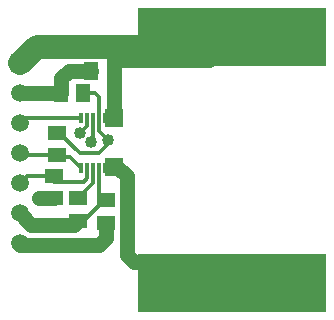
<source format=gbr>
G04 DipTrace 3.2.0.1*
G04 Top.gbr*
%MOMM*%
G04 #@! TF.FileFunction,Copper,L1,Top*
G04 #@! TF.Part,Single*
G04 #@! TA.AperFunction,Conductor*
%ADD13C,0.305*%
%ADD14C,0.33*%
%ADD15C,1.3*%
%ADD16C,2.0*%
%ADD19R,16.0X5.0*%
%ADD21R,0.305X0.889*%
%ADD22R,1.5X1.3*%
%ADD23R,1.3X1.5*%
%ADD24R,1.5X1.5*%
G04 #@! TA.AperFunction,ComponentPad*
%ADD25C,1.5*%
G04 #@! TA.AperFunction,ViaPad*
%ADD26C,1.016*%
%FSLAX35Y35*%
G04*
G71*
G90*
G75*
G01*
G04 Top*
%LPD*%
X913414Y1262707D2*
D13*
X945163D1*
D14*
X972147D1*
X988020Y1278580D1*
D15*
X1019767D1*
X1099133Y1199213D1*
Y532533D1*
X1162627Y469040D1*
X1812840D1*
X1988040Y293840D1*
X194353Y2151613D2*
D16*
X337213Y2294473D1*
X1908673D1*
X1988040Y2373840D1*
X988020Y2088120D2*
D15*
Y2183360D1*
X1797560D1*
X1988040Y2373840D1*
X913414Y1691507D2*
D13*
X988020Y1691287D1*
D15*
Y2088120D1*
X713413Y1691507D2*
D13*
X681663D1*
D14*
X242247D1*
X194353Y1643613D1*
Y627613D2*
D15*
Y611900D1*
X861033D1*
X924527Y675393D1*
Y802860D1*
X543567Y1897640D2*
X194380D1*
X194353Y1897613D1*
X798020Y2088120D2*
X607060D1*
X543567Y2024627D1*
Y1897640D1*
X353087Y1008733D2*
X480073D1*
X713413Y1262707D2*
D13*
X618173Y1357947D1*
D14*
X511820D1*
Y1374300D1*
X209667D1*
X194353Y1389613D1*
X763413Y1262707D2*
D13*
Y1180960D1*
D14*
X734047Y1151593D1*
X480073D1*
Y1198733D1*
X257473D1*
X194353Y1135613D1*
X863413Y1262707D2*
D13*
Y1201757D1*
D14*
Y1053973D1*
X924527Y992860D1*
X686427Y818253D2*
X734047D1*
X908653Y992860D1*
X924527D1*
X194353Y881613D2*
D15*
X289460Y786507D1*
X654680D1*
X686427Y818253D1*
X813413Y1262707D2*
D13*
Y1201757D1*
D14*
Y1135240D1*
X686427Y1008253D1*
X863413Y1691507D2*
D13*
Y1752457D1*
D14*
Y1863513D1*
X829287Y1897640D1*
X733567D1*
X863413Y1691507D2*
D13*
Y1630557D1*
D14*
Y1577793D1*
X940400Y1500807D1*
Y1469060D1*
X861033Y1389693D1*
X702300D1*
X527693Y1564300D1*
X511820D1*
X813413Y1691507D2*
D13*
Y1630557D1*
D14*
Y1500807D1*
X797540Y1484933D1*
X763413Y1691507D2*
D13*
Y1630557D1*
D14*
Y1625413D1*
X702300Y1564300D1*
D26*
X353087Y1008733D3*
X797540Y1484933D3*
X702300Y1564300D3*
X940400Y1500807D3*
D19*
X1988040Y2373840D3*
Y293840D3*
D21*
X813414Y1262707D3*
X863414D3*
X913414D3*
X763414D3*
X713414D3*
X813414Y1691507D3*
X863414D3*
X913414D3*
X763414D3*
X713414D3*
D22*
X511820Y1564300D3*
Y1374300D3*
D23*
X543567Y1897640D3*
X733567D3*
D22*
X480073Y1008733D3*
Y1198733D3*
X686427Y818253D3*
Y1008253D3*
X924527Y992860D3*
Y802860D3*
D24*
X194353Y2151613D3*
D25*
Y1897613D3*
Y1643613D3*
Y1389613D3*
Y1135613D3*
Y881613D3*
Y627613D3*
D23*
X988020Y2088120D3*
X798020D3*
D24*
X988020Y1691287D3*
Y1278580D3*
M02*

</source>
